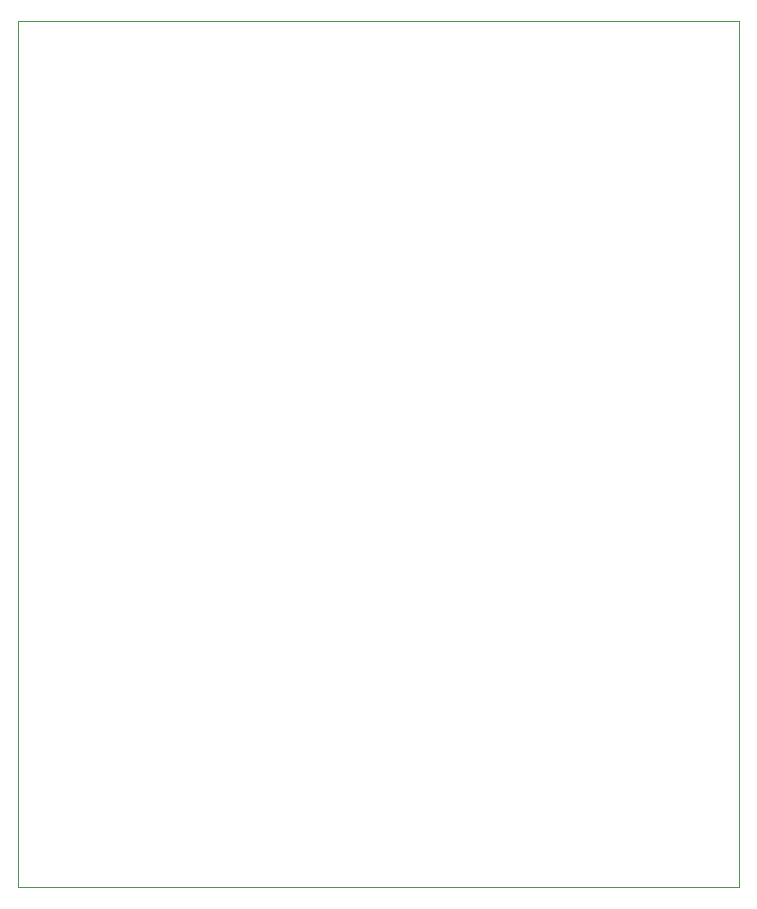
<source format=gbr>
%TF.GenerationSoftware,KiCad,Pcbnew,5.1.10-88a1d61d58~89~ubuntu20.04.1*%
%TF.CreationDate,2021-07-11T19:38:29+02:00*%
%TF.ProjectId,schematic,73636865-6d61-4746-9963-2e6b69636164,rev?*%
%TF.SameCoordinates,PX52dfd20PY755cad8*%
%TF.FileFunction,Profile,NP*%
%FSLAX46Y46*%
G04 Gerber Fmt 4.6, Leading zero omitted, Abs format (unit mm)*
G04 Created by KiCad (PCBNEW 5.1.10-88a1d61d58~89~ubuntu20.04.1) date 2021-07-11 19:38:29*
%MOMM*%
%LPD*%
G01*
G04 APERTURE LIST*
%TA.AperFunction,Profile*%
%ADD10C,0.050000*%
%TD*%
G04 APERTURE END LIST*
D10*
X0Y0D02*
X61000000Y-16000D01*
X61000000Y73279000D02*
X0Y73279000D01*
X0Y73279000D02*
X0Y0D01*
X61000000Y-16000D02*
X61000000Y73279000D01*
M02*

</source>
